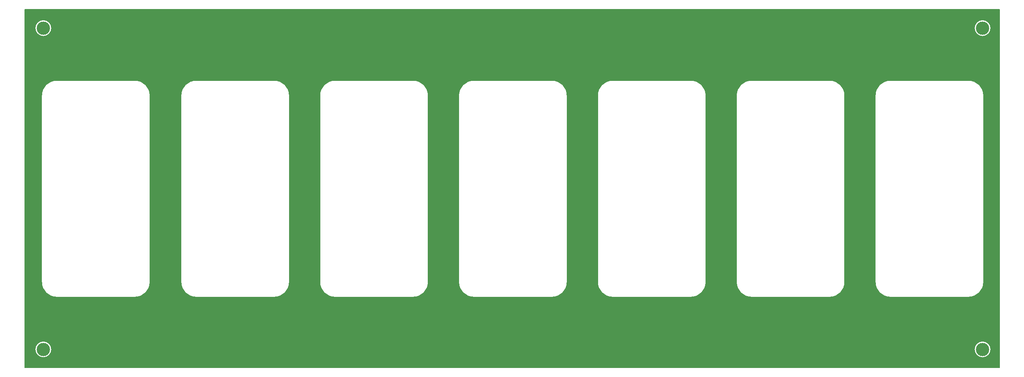
<source format=gtl>
G04 Layer: TopLayer*
G04 EasyEDA Pro v1.9.29, 2023-06-21 20:50:08*
G04 Gerber Generator version 0.3*
G04 Scale: 100 percent, Rotated: No, Reflected: No*
G04 Dimensions in millimeters*
G04 Leading zeros omitted, absolute positions, 3 integers and 3 decimals*
%FSLAX33Y33*%
%MOMM*%
%ADD999C,0.2032*%
%ADD10C,2.999999*%
G75*


G04 Copper Start*
G36*
G01X346Y-80889D02*
G01X346Y-306D01*
G01X219283D01*
G01Y-80889D01*
G01X346D01*
G37*
%LPC*%
G36*
G01X181181Y-65035D02*
G03X184539Y-61677I0J3358D01*
G01Y-19620D01*
G03X181181Y-16262I-3358J0D01*
G01X163559D01*
G03X160201Y-19620I0J-3358D01*
G01Y-61677D01*
G03X163559Y-65035I3358J0D01*
G01X181181D01*
G37*
G36*
G01X212374Y-65035D02*
G03X215732Y-61677I0J3358D01*
G01Y-19620D01*
G03X212374Y-16262I-3358J0D01*
G01X194752D01*
G03X191394Y-19620I0J-3358D01*
G01Y-61677D01*
G03X194752Y-65035I3358J0D01*
G01X212374D01*
G37*
G36*
G01X25100Y-65035D02*
G03X28458Y-61677I0J3358D01*
G01Y-19620D01*
G03X25100Y-16262I-3358J0D01*
G01X7478D01*
G03X4120Y-19620I0J-3358D01*
G01Y-61677D01*
G03X7478Y-65035I3358J0D01*
G01X25100D01*
G37*
G36*
G01X56408Y-65035D02*
G03X59766Y-61677I0J3358D01*
G01Y-19620D01*
G03X56408Y-16262I-3358J0D01*
G01X38786D01*
G03X35428Y-19620I0J-3358D01*
G01Y-61677D01*
G03X38786Y-65035I3358J0D01*
G01X56408D01*
G37*
G36*
G01X118794Y-65035D02*
G03X122152Y-61677I0J3358D01*
G01Y-19620D01*
G03X118794Y-16262I-3358J0D01*
G01X101172D01*
G03X97814Y-19620I0J-3358D01*
G01Y-61677D01*
G03X101172Y-65035I3358J0D01*
G01X118794D01*
G37*
G36*
G01X149988Y-65035D02*
G03X153346Y-61677I0J3358D01*
G01Y-19620D01*
G03X149988Y-16262I-3358J0D01*
G01X132366D01*
G03X129007Y-19620I0J-3358D01*
G01Y-61677D01*
G03X132366Y-65035I3358J0D01*
G01X149988D01*
G37*
G36*
G01X87601Y-65035D02*
G03X90959Y-61677I0J3358D01*
G01Y-19620D01*
G03X87601Y-16262I-3358J0D01*
G01X69979D01*
G03X66621Y-19620I0J-3358D01*
G01Y-61677D01*
G03X69979Y-65035I3358J0D01*
G01X87601D01*
G37*
G36*
G01X213642Y-76800D02*
G03X215500Y-78658I1858J0D01*
G03X217358Y-76800I0J1858D01*
G03X215500Y-74942I-1858J0D01*
G03X213642Y-76800I0J-1858D01*
G37*
G36*
G01X2642Y-4500D02*
G03X4500Y-6358I1858J0D01*
G03X6358Y-4500I0J1858D01*
G03X4500Y-2642I-1858J0D01*
G03X2642Y-4500I0J-1858D01*
G37*
G36*
G01X215500Y-6358D02*
G03X217358Y-4500I0J1858D01*
G03X215500Y-2642I-1858J0D01*
G03X213642Y-4500I0J-1858D01*
G03X215500Y-6358I1858J0D01*
G37*
G36*
G01X4500Y-78658D02*
G03X6358Y-76800I0J1858D01*
G03X4500Y-74942I-1858J0D01*
G03X2642Y-76800I0J-1858D01*
G03X4500Y-78658I1858J0D01*
G37*
%LPD*%
G54D999*
G01X346Y-80889D02*
G01X346Y-306D01*
G01X219283D01*
G01Y-80889D01*
G01X346D01*
G01X181181Y-65035D02*
G03X184539Y-61677I0J3358D01*
G01Y-19620D01*
G03X181181Y-16262I-3358J0D01*
G01X163559D01*
G03X160201Y-19620I0J-3358D01*
G01Y-61677D01*
G03X163559Y-65035I3358J0D01*
G01X181181D01*
G01X212374Y-65035D02*
G03X215732Y-61677I0J3358D01*
G01Y-19620D01*
G03X212374Y-16262I-3358J0D01*
G01X194752D01*
G03X191394Y-19620I0J-3358D01*
G01Y-61677D01*
G03X194752Y-65035I3358J0D01*
G01X212374D01*
G01X25100Y-65035D02*
G03X28458Y-61677I0J3358D01*
G01Y-19620D01*
G03X25100Y-16262I-3358J0D01*
G01X7478D01*
G03X4120Y-19620I0J-3358D01*
G01Y-61677D01*
G03X7478Y-65035I3358J0D01*
G01X25100D01*
G01X56408Y-65035D02*
G03X59766Y-61677I0J3358D01*
G01Y-19620D01*
G03X56408Y-16262I-3358J0D01*
G01X38786D01*
G03X35428Y-19620I0J-3358D01*
G01Y-61677D01*
G03X38786Y-65035I3358J0D01*
G01X56408D01*
G01X118794Y-65035D02*
G03X122152Y-61677I0J3358D01*
G01Y-19620D01*
G03X118794Y-16262I-3358J0D01*
G01X101172D01*
G03X97814Y-19620I0J-3358D01*
G01Y-61677D01*
G03X101172Y-65035I3358J0D01*
G01X118794D01*
G01X149988Y-65035D02*
G03X153346Y-61677I0J3358D01*
G01Y-19620D01*
G03X149988Y-16262I-3358J0D01*
G01X132366D01*
G03X129007Y-19620I0J-3358D01*
G01Y-61677D01*
G03X132366Y-65035I3358J0D01*
G01X149988D01*
G01X87601Y-65035D02*
G03X90959Y-61677I0J3358D01*
G01Y-19620D01*
G03X87601Y-16262I-3358J0D01*
G01X69979D01*
G03X66621Y-19620I0J-3358D01*
G01Y-61677D01*
G03X69979Y-65035I3358J0D01*
G01X87601D01*
G01X213642Y-76800D02*
G03X215500Y-78658I1858J0D01*
G03X217358Y-76800I0J1858D01*
G03X215500Y-74942I-1858J0D01*
G03X213642Y-76800I0J-1858D01*
G01X2642Y-4500D02*
G03X4500Y-6358I1858J0D01*
G03X6358Y-4500I0J1858D01*
G03X4500Y-2642I-1858J0D01*
G03X2642Y-4500I0J-1858D01*
G01X215500Y-6358D02*
G03X217358Y-4500I0J1858D01*
G03X215500Y-2642I-1858J0D01*
G03X213642Y-4500I0J-1858D01*
G03X215500Y-6358I1858J0D01*
G01X4500Y-78658D02*
G03X6358Y-76800I0J1858D01*
G03X4500Y-74942I-1858J0D01*
G03X2642Y-76800I0J-1858D01*
G03X4500Y-78658I1858J0D01*
G04 Copper End*

G04 Pad Start*
G54D10*
G01X215500Y-4500D03*
G01X215500Y-76800D03*
G01X4500Y-4500D03*
G01X4500Y-76800D03*
G04 Pad End*

M02*

</source>
